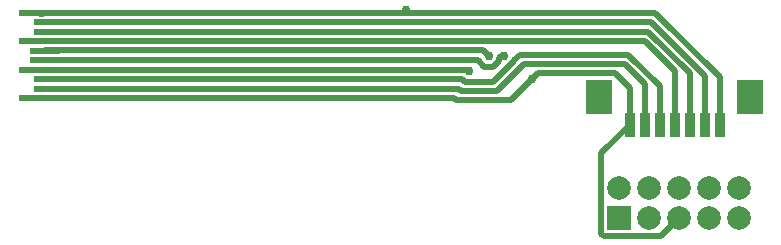
<source format=gtl>
%FSAX25Y25*%
%MOIN*%
G70*
G01*
G75*
G04 Layer_Physical_Order=1*
G04 Layer_Color=255*
%ADD10R,0.13780X0.02362*%
%ADD11R,0.10236X0.02362*%
%ADD12R,0.08661X0.02362*%
%ADD13R,0.03543X0.07874*%
%ADD14C,0.02000*%
%ADD15R,0.07874X0.07874*%
%ADD16C,0.07874*%
%ADD17R,0.08661X0.11811*%
%ADD18C,0.03000*%
D10*
X0074500Y0235539D02*
D03*
Y0244988D02*
D03*
Y0254437D02*
D03*
Y0263886D02*
D03*
D11*
X0076272Y0248138D02*
D03*
Y0251287D02*
D03*
D12*
X0077059Y0238689D02*
D03*
Y0241839D02*
D03*
Y0260736D02*
D03*
Y0257587D02*
D03*
D13*
X0276240Y0226661D02*
D03*
X0271240D02*
D03*
X0286240D02*
D03*
X0291240D02*
D03*
X0296240D02*
D03*
X0281240D02*
D03*
X0301240D02*
D03*
D14*
X0261902Y0217323D02*
X0271240Y0226661D01*
X0261902Y0190350D02*
Y0217323D01*
X0074500Y0235539D02*
X0212878D01*
X0076272Y0251287D02*
X0076398Y0251413D01*
X0301240Y0226661D02*
Y0242512D01*
X0286240Y0226661D02*
Y0244527D01*
X0291240Y0226661D02*
Y0243769D01*
X0296240Y0226661D02*
Y0243012D01*
X0266301Y0243819D02*
X0271240Y0238880D01*
Y0226661D02*
Y0238880D01*
X0276240Y0226661D02*
Y0240254D01*
X0261902Y0190350D02*
X0262776Y0189476D01*
X0281902D01*
X0287839Y0195413D01*
X0074500Y0263886D02*
X0074718Y0263667D01*
X0075748D01*
X0227839Y0247964D02*
Y0248913D01*
X0228339Y0249413D01*
X0229339D01*
X0225788Y0245913D02*
X0227839Y0247964D01*
X0222889Y0245913D02*
X0225788D01*
X0222339Y0251413D02*
X0224339Y0249413D01*
X0076398Y0251413D02*
X0222339D01*
X0220664Y0248138D02*
X0222889Y0245913D01*
X0076272Y0248138D02*
X0220664D01*
X0077059Y0241839D02*
X0215064D01*
X0217264Y0244988D02*
X0217839Y0244413D01*
X0074500Y0244988D02*
X0217264D01*
X0212878Y0235539D02*
X0213504Y0234913D01*
X0215064Y0241839D02*
X0215214Y0241988D01*
X0215314D01*
X0214371Y0238689D02*
X0215146Y0237913D01*
X0232839Y0247964D02*
Y0248156D01*
X0215314Y0241988D02*
X0216389Y0240913D01*
X0215146Y0237913D02*
X0227031D01*
X0216389Y0240913D02*
X0225788D01*
X0232839Y0247964D01*
X0279866Y0263886D02*
X0301240Y0242512D01*
X0075748Y0263667D02*
X0075966Y0263886D01*
X0278516Y0260736D02*
X0296240Y0243012D01*
X0277423Y0257587D02*
X0291240Y0243769D01*
X0276330Y0254437D02*
X0286240Y0244527D01*
X0075966Y0263886D02*
X0279866D01*
X0077059Y0260736D02*
X0278516D01*
X0077059Y0257587D02*
X0277423D01*
X0074500Y0254437D02*
X0276330D01*
X0281240Y0226661D02*
Y0239497D01*
X0077059Y0238689D02*
X0214371D01*
X0231839Y0234913D02*
X0238839Y0241913D01*
X0270824Y0249913D02*
X0281240Y0239497D01*
X0232839Y0248156D02*
X0234596Y0249913D01*
X0269581Y0246913D02*
X0276240Y0240254D01*
X0227031Y0237913D02*
X0236031Y0246913D01*
X0234596Y0249913D02*
X0270824D01*
X0236031Y0246913D02*
X0269581D01*
X0238839Y0241913D02*
X0240744Y0243819D01*
X0213504Y0234913D02*
X0231839D01*
X0240744Y0243819D02*
X0266301D01*
D15*
X0267839Y0195413D02*
D03*
D16*
X0277839D02*
D03*
X0267839Y0205413D02*
D03*
X0277839D02*
D03*
X0297839Y0195413D02*
D03*
X0287839D02*
D03*
X0307839D02*
D03*
X0297839Y0205413D02*
D03*
X0287839D02*
D03*
X0307839D02*
D03*
D17*
X0261142Y0235913D02*
D03*
X0311339D02*
D03*
D18*
X0196839Y0264913D02*
D03*
X0224339Y0249413D02*
D03*
X0229339D02*
D03*
X0217839Y0244413D02*
D03*
X0238839Y0241913D02*
D03*
M02*

</source>
